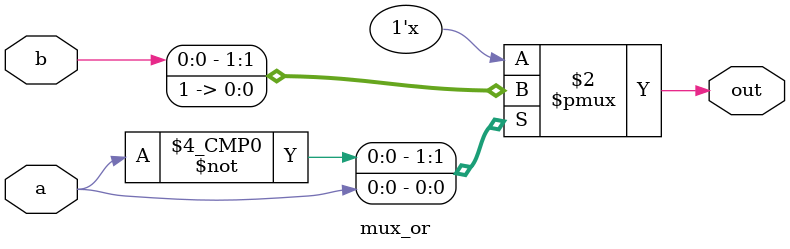
<source format=v>
module mux_or(a,b,out);

    input a,b;
	output reg out;
	
	always@(*)
	begin
	
	   case(a)
	   1'b0 : out = b;
	   1'b1 : out = 1'b1;
	   endcase
	   
	end

endmodule	

</source>
